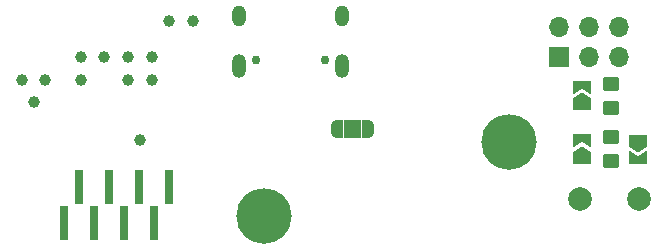
<source format=gbs>
G04 #@! TF.GenerationSoftware,KiCad,Pcbnew,9.0.0-9.0.0-2~ubuntu22.04.1*
G04 #@! TF.CreationDate,2025-03-24T08:10:21+01:00*
G04 #@! TF.ProjectId,kicad_makespace_tutorial,6b696361-645f-46d6-916b-657370616365,v1*
G04 #@! TF.SameCoordinates,Original*
G04 #@! TF.FileFunction,Soldermask,Bot*
G04 #@! TF.FilePolarity,Negative*
%FSLAX46Y46*%
G04 Gerber Fmt 4.6, Leading zero omitted, Abs format (unit mm)*
G04 Created by KiCad (PCBNEW 9.0.0-9.0.0-2~ubuntu22.04.1) date 2025-03-24 08:10:21*
%MOMM*%
%LPD*%
G01*
G04 APERTURE LIST*
G04 Aperture macros list*
%AMRoundRect*
0 Rectangle with rounded corners*
0 $1 Rounding radius*
0 $2 $3 $4 $5 $6 $7 $8 $9 X,Y pos of 4 corners*
0 Add a 4 corners polygon primitive as box body*
4,1,4,$2,$3,$4,$5,$6,$7,$8,$9,$2,$3,0*
0 Add four circle primitives for the rounded corners*
1,1,$1+$1,$2,$3*
1,1,$1+$1,$4,$5*
1,1,$1+$1,$6,$7*
1,1,$1+$1,$8,$9*
0 Add four rect primitives between the rounded corners*
20,1,$1+$1,$2,$3,$4,$5,0*
20,1,$1+$1,$4,$5,$6,$7,0*
20,1,$1+$1,$6,$7,$8,$9,0*
20,1,$1+$1,$8,$9,$2,$3,0*%
%AMFreePoly0*
4,1,6,1.000000,0.000000,0.500000,-0.750000,-0.500000,-0.750000,-0.500000,0.750000,0.500000,0.750000,1.000000,0.000000,1.000000,0.000000,$1*%
%AMFreePoly1*
4,1,6,0.500000,-0.750000,-0.650000,-0.750000,-0.150000,0.000000,-0.650000,0.750000,0.500000,0.750000,0.500000,-0.750000,0.500000,-0.750000,$1*%
%AMFreePoly2*
4,1,23,0.550000,-0.750000,0.000000,-0.750000,0.000000,-0.745722,-0.065263,-0.745722,-0.191342,-0.711940,-0.304381,-0.646677,-0.396677,-0.554381,-0.461940,-0.441342,-0.495722,-0.315263,-0.495722,-0.250000,-0.500000,-0.250000,-0.500000,0.250000,-0.495722,0.250000,-0.495722,0.315263,-0.461940,0.441342,-0.396677,0.554381,-0.304381,0.646677,-0.191342,0.711940,-0.065263,0.745722,0.000000,0.745722,
0.000000,0.750000,0.550000,0.750000,0.550000,-0.750000,0.550000,-0.750000,$1*%
%AMFreePoly3*
4,1,23,0.000000,0.745722,0.065263,0.745722,0.191342,0.711940,0.304381,0.646677,0.396677,0.554381,0.461940,0.441342,0.495722,0.315263,0.495722,0.250000,0.500000,0.250000,0.500000,-0.250000,0.495722,-0.250000,0.495722,-0.315263,0.461940,-0.441342,0.396677,-0.554381,0.304381,-0.646677,0.191342,-0.711940,0.065263,-0.745722,0.000000,-0.745722,0.000000,-0.750000,-0.550000,-0.750000,
-0.550000,0.750000,0.000000,0.750000,0.000000,0.745722,0.000000,0.745722,$1*%
G04 Aperture macros list end*
%ADD10C,2.000000*%
%ADD11C,4.700000*%
%ADD12C,0.750000*%
%ADD13O,1.200000X2.000000*%
%ADD14O,1.200000X1.800000*%
%ADD15R,1.700000X1.700000*%
%ADD16O,1.700000X1.700000*%
%ADD17C,1.000000*%
%ADD18RoundRect,0.250000X-0.450000X0.350000X-0.450000X-0.350000X0.450000X-0.350000X0.450000X0.350000X0*%
%ADD19FreePoly0,90.000000*%
%ADD20FreePoly1,90.000000*%
%ADD21R,0.650000X3.000000*%
%ADD22FreePoly2,180.000000*%
%ADD23R,1.000000X1.500000*%
%ADD24FreePoly3,180.000000*%
%ADD25FreePoly0,270.000000*%
%ADD26FreePoly1,270.000000*%
G04 APERTURE END LIST*
G04 #@! TO.C,JP6*
G36*
X38250000Y-10350000D02*
G01*
X36750000Y-10350000D01*
X36750000Y-11850000D01*
X38250000Y-11850000D01*
X38250000Y-10350000D01*
G37*
G04 #@! TD*
D10*
G04 #@! TO.C,J1*
X56750000Y-17000000D03*
X61750000Y-17000000D03*
G04 #@! TD*
D11*
G04 #@! TO.C,H1*
X50750000Y-12250000D03*
G04 #@! TD*
D12*
G04 #@! TO.C,USBC1*
X35150000Y-5262500D03*
X29350000Y-5262500D03*
D13*
X36580000Y-5762500D03*
X27920000Y-5762500D03*
D14*
X27920000Y-1582500D03*
X36580000Y-1582500D03*
G04 #@! TD*
D11*
G04 #@! TO.C,H3*
X30000000Y-18500000D03*
G04 #@! TD*
D15*
G04 #@! TO.C,J3*
X55000000Y-5000000D03*
D16*
X55000000Y-2460000D03*
X57540000Y-5000000D03*
X57540000Y-2460000D03*
X60080000Y-5000000D03*
X60080000Y-2460000D03*
G04 #@! TD*
D17*
G04 #@! TO.C,TP19*
X22000000Y-2000000D03*
G04 #@! TD*
G04 #@! TO.C,TP2*
X14500000Y-5000000D03*
G04 #@! TD*
D18*
G04 #@! TO.C,R5*
X59350000Y-7300000D03*
X59350000Y-9300000D03*
G04 #@! TD*
D17*
G04 #@! TO.C,TP5*
X18500000Y-5000000D03*
G04 #@! TD*
G04 #@! TO.C,TP17*
X10500000Y-8800000D03*
G04 #@! TD*
D19*
G04 #@! TO.C,JP3*
X56900000Y-9025000D03*
D20*
X56900000Y-7575000D03*
G04 #@! TD*
D21*
G04 #@! TO.C,J2*
X21995000Y-16050000D03*
X20725000Y-19050000D03*
X19455000Y-16050000D03*
X18185000Y-19050000D03*
X16915000Y-16050000D03*
X15645000Y-19050000D03*
X14375000Y-16050000D03*
X13105000Y-19050000D03*
G04 #@! TD*
D17*
G04 #@! TO.C,TP16*
X9500000Y-7000000D03*
G04 #@! TD*
G04 #@! TO.C,TP1*
X19500000Y-12000000D03*
G04 #@! TD*
G04 #@! TO.C,TP18*
X24000000Y-2000000D03*
G04 #@! TD*
G04 #@! TO.C,TP12*
X20500000Y-5000000D03*
G04 #@! TD*
D19*
G04 #@! TO.C,JP2*
X56900000Y-13525000D03*
D20*
X56900000Y-12075000D03*
G04 #@! TD*
D17*
G04 #@! TO.C,TP6*
X18500000Y-7000000D03*
G04 #@! TD*
D22*
G04 #@! TO.C,JP6*
X38800000Y-11100000D03*
D23*
X37500000Y-11100000D03*
D24*
X36200000Y-11100000D03*
G04 #@! TD*
D17*
G04 #@! TO.C,TP15*
X11500000Y-7000000D03*
G04 #@! TD*
G04 #@! TO.C,TP4*
X20500000Y-7000000D03*
G04 #@! TD*
D25*
G04 #@! TO.C,JP1*
X61700000Y-12125000D03*
D26*
X61700000Y-13575000D03*
G04 #@! TD*
D17*
G04 #@! TO.C,TP3*
X16500000Y-5000000D03*
G04 #@! TD*
D18*
G04 #@! TO.C,R6*
X59350000Y-11800000D03*
X59350000Y-13800000D03*
G04 #@! TD*
D17*
G04 #@! TO.C,TP13*
X14500000Y-7000000D03*
G04 #@! TD*
M02*

</source>
